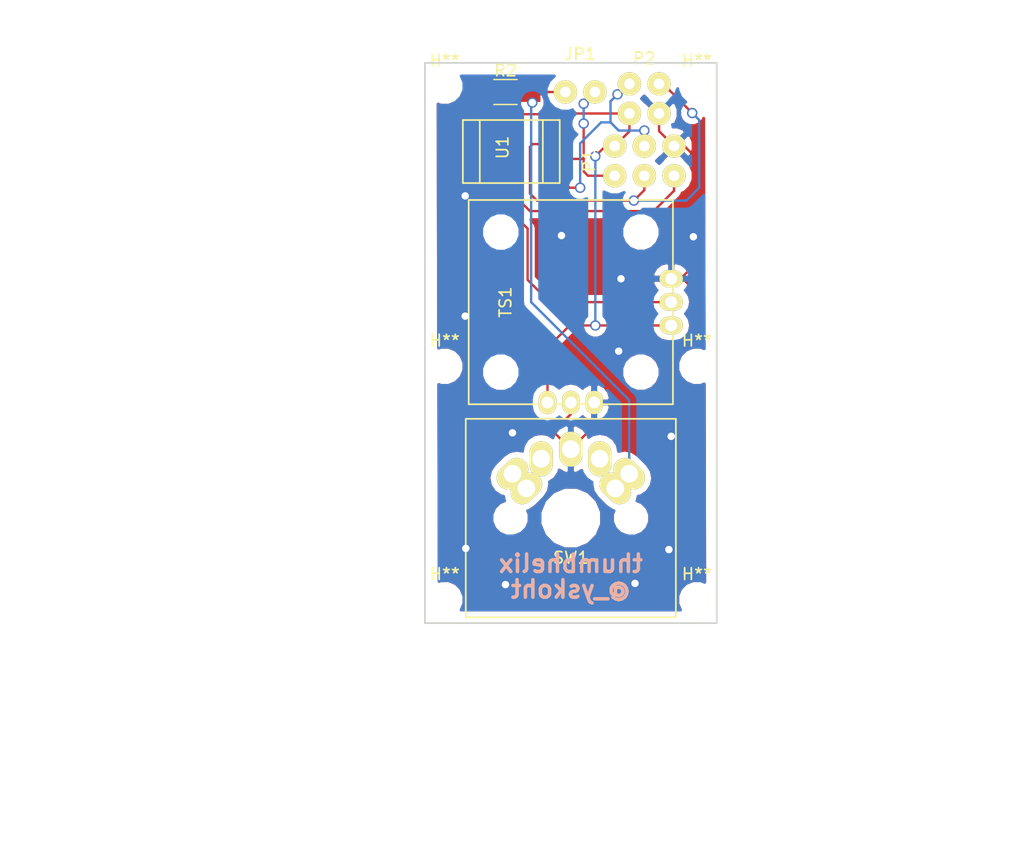
<source format=kicad_pcb>
(kicad_pcb (version 4) (host pcbnew 4.0.1-stable)

  (general
    (links 21)
    (no_connects 0)
    (area 99.230001 84.97 191.3 160.850001)
    (thickness 1.6)
    (drawings 24)
    (tracks 148)
    (zones 0)
    (modules 13)
    (nets 10)
  )

  (page A4)
  (title_block
    (title thumbhelix)
    (date 2018-04-24)
    (rev 1)
  )

  (layers
    (0 F.Cu signal hide)
    (31 B.Cu signal hide)
    (32 B.Adhes user)
    (33 F.Adhes user)
    (34 B.Paste user)
    (35 F.Paste user)
    (36 B.SilkS user)
    (37 F.SilkS user)
    (38 B.Mask user)
    (39 F.Mask user)
    (40 Dwgs.User user)
    (41 Cmts.User user)
    (42 Eco1.User user)
    (43 Eco2.User user)
    (44 Edge.Cuts user)
    (45 Margin user)
    (46 B.CrtYd user)
    (47 F.CrtYd user)
    (48 B.Fab user)
    (49 F.Fab user)
  )

  (setup
    (last_trace_width 0.2032)
    (trace_clearance 0.2032)
    (zone_clearance 0.508)
    (zone_45_only no)
    (trace_min 0.2032)
    (segment_width 0.2)
    (edge_width 0.15)
    (via_size 0.889)
    (via_drill 0.635)
    (via_min_size 0.889)
    (via_min_drill 0.6096)
    (uvia_size 0.762)
    (uvia_drill 0.1524)
    (uvias_allowed no)
    (uvia_min_size 0.762)
    (uvia_min_drill 0.1524)
    (pcb_text_width 0.3)
    (pcb_text_size 1.5 1.5)
    (mod_edge_width 0.15)
    (mod_text_size 1 1)
    (mod_text_width 0.15)
    (pad_size 1.524 1.524)
    (pad_drill 0.762)
    (pad_to_mask_clearance 0.2)
    (aux_axis_origin 0 0)
    (visible_elements 7FFCFFFF)
    (pcbplotparams
      (layerselection 0x010f0_80000001)
      (usegerberextensions false)
      (excludeedgelayer true)
      (linewidth 0.100000)
      (plotframeref false)
      (viasonmask false)
      (mode 1)
      (useauxorigin false)
      (hpglpennumber 1)
      (hpglpenspeed 20)
      (hpglpendiameter 15)
      (hpglpenoverlay 2)
      (psnegative false)
      (psa4output false)
      (plotreference false)
      (plotvalue false)
      (plotinvisibletext false)
      (padsonsilk false)
      (subtractmaskfromsilk true)
      (outputformat 1)
      (mirror false)
      (drillshape 0)
      (scaleselection 1)
      (outputdirectory gerber/))
  )

  (net 0 "")
  (net 1 GND)
  (net 2 RST)
  (net 3 MISO)
  (net 4 VCC)
  (net 5 SCK)
  (net 6 MOSI)
  (net 7 "Net-(TS1-Pad2)")
  (net 8 "Net-(TS1-Pad4)")
  (net 9 "Net-(JP1-Pad1)")

  (net_class Default "これは標準のネット クラスです。"
    (clearance 0.2032)
    (trace_width 0.2032)
    (via_dia 0.889)
    (via_drill 0.635)
    (uvia_dia 0.762)
    (uvia_drill 0.1524)
    (add_net GND)
    (add_net MISO)
    (add_net MOSI)
    (add_net "Net-(JP1-Pad1)")
    (add_net "Net-(TS1-Pad2)")
    (add_net "Net-(TS1-Pad4)")
    (add_net RST)
    (add_net SCK)
    (add_net VCC)
  )

  (module Hole:HOLE_2mm (layer F.Cu) (tedit 5AC9F070) (tstamp 5ACA1E22)
    (at 159.3 92)
    (fp_text reference H** (at 0 -2.2) (layer F.SilkS)
      (effects (font (size 1 1) (thickness 0.15)))
    )
    (fp_text value HOLE_2mm (at 0 2.25) (layer F.Fab)
      (effects (font (size 1 1) (thickness 0.15)))
    )
    (pad "" np_thru_hole circle (at 0 0) (size 2.01 2.01) (drill 2.01) (layers *.Cu *.Mask F.SilkS))
  )

  (module Hole:HOLE_2mm (layer F.Cu) (tedit 5AC9F070) (tstamp 5ACA1E1C)
    (at 159.3 116)
    (fp_text reference H** (at 0 -2.2) (layer F.SilkS)
      (effects (font (size 1 1) (thickness 0.15)))
    )
    (fp_text value HOLE_2mm (at 0 2.25) (layer F.Fab)
      (effects (font (size 1 1) (thickness 0.15)))
    )
    (pad "" np_thru_hole circle (at 0 0) (size 2.01 2.01) (drill 2.01) (layers *.Cu *.Mask F.SilkS))
  )

  (module Hole:HOLE_2mm (layer F.Cu) (tedit 5AC9F070) (tstamp 5ACA1E17)
    (at 137.7 116)
    (fp_text reference H** (at 0 -2.2) (layer F.SilkS)
      (effects (font (size 1 1) (thickness 0.15)))
    )
    (fp_text value HOLE_2mm (at 0 2.25) (layer F.Fab)
      (effects (font (size 1 1) (thickness 0.15)))
    )
    (pad "" np_thru_hole circle (at 0 0) (size 2.01 2.01) (drill 2.01) (layers *.Cu *.Mask F.SilkS))
  )

  (module Hole:HOLE_2mm (layer F.Cu) (tedit 5AC9F070) (tstamp 5ACA1E10)
    (at 137.7 92)
    (fp_text reference H** (at 0 -2.2) (layer F.SilkS)
      (effects (font (size 1 1) (thickness 0.15)))
    )
    (fp_text value HOLE_2mm (at 0 2.25) (layer F.Fab)
      (effects (font (size 1 1) (thickness 0.15)))
    )
    (pad "" np_thru_hole circle (at 0 0) (size 2.01 2.01) (drill 2.01) (layers *.Cu *.Mask F.SilkS))
  )

  (module Hole:HOLE_2mm (layer F.Cu) (tedit 5AC9F070) (tstamp 5ACA1DFE)
    (at 137.7 136)
    (fp_text reference H** (at 0 -2.2) (layer F.SilkS)
      (effects (font (size 1 1) (thickness 0.15)))
    )
    (fp_text value HOLE_2mm (at 0 2.25) (layer F.Fab)
      (effects (font (size 1 1) (thickness 0.15)))
    )
    (pad "" np_thru_hole circle (at 0 0) (size 2.01 2.01) (drill 2.01) (layers *.Cu *.Mask F.SilkS))
  )

  (module Conn:Conn_01x02 (layer F.Cu) (tedit 5AC9DFE1) (tstamp 5AC9E3C4)
    (at 149.3 92.5)
    (path /5AC9DEEA)
    (fp_text reference JP1 (at 0 -3.25) (layer F.SilkS)
      (effects (font (size 1 1) (thickness 0.15)))
    )
    (fp_text value Jumper (at 0 2.9) (layer F.Fab)
      (effects (font (size 1 1) (thickness 0.15)))
    )
    (pad 1 thru_hole circle (at -1.27 0) (size 2 2) (drill 0.9) (layers *.Cu *.Mask F.SilkS)
      (net 9 "Net-(JP1-Pad1)"))
    (pad 2 thru_hole circle (at 1.27 0) (size 2 2) (drill 0.9) (layers *.Cu *.Mask F.SilkS)
      (net 3 MISO))
  )

  (module Conn:Conn_02x03 (layer F.Cu) (tedit 5AC8E1DD) (tstamp 5AC9E3CE)
    (at 154.8 98.4 90)
    (path /5AC94C34)
    (fp_text reference P1 (at 0 -4.75 90) (layer F.SilkS)
      (effects (font (size 1 1) (thickness 0.15)))
    )
    (fp_text value ICSP (at 0 5.1 90) (layer F.Fab)
      (effects (font (size 1 1) (thickness 0.15)))
    )
    (pad 5 thru_hole circle (at -1.27 2.54 90) (size 2 2) (drill 0.9) (layers *.Cu *.Mask F.SilkS)
      (net 2 RST))
    (pad 6 thru_hole circle (at 1.27 2.54 90) (size 2 2) (drill 0.9) (layers *.Cu *.Mask F.SilkS)
      (net 1 GND))
    (pad 1 thru_hole circle (at -1.27 -2.54 90) (size 2 2) (drill 0.9) (layers *.Cu *.Mask F.SilkS)
      (net 3 MISO))
    (pad 2 thru_hole circle (at 1.27 -2.54 90) (size 2 2) (drill 0.9) (layers *.Cu *.Mask F.SilkS)
      (net 4 VCC))
    (pad 3 thru_hole circle (at -1.27 0 90) (size 2 2) (drill 0.9) (layers *.Cu *.Mask F.SilkS)
      (net 5 SCK))
    (pad 4 thru_hole circle (at 1.27 0 90) (size 2 2) (drill 0.9) (layers *.Cu *.Mask F.SilkS)
      (net 6 MOSI))
  )

  (module Conn:Conn_02x02 (layer F.Cu) (tedit 5AC9A6C0) (tstamp 5AC9E3D6)
    (at 154.79 93.07)
    (path /5AC94EDB)
    (fp_text reference P2 (at 0 -3.45) (layer F.SilkS)
      (effects (font (size 1 1) (thickness 0.15)))
    )
    (fp_text value I2C (at 0 3.65) (layer F.Fab)
      (effects (font (size 1 1) (thickness 0.15)))
    )
    (pad 1 thru_hole circle (at -1.27 -1.27) (size 2 2) (drill 0.9) (layers *.Cu *.Mask F.SilkS)
      (net 6 MOSI))
    (pad 2 thru_hole circle (at 1.27 -1.27) (size 2 2) (drill 0.9) (layers *.Cu *.Mask F.SilkS)
      (net 5 SCK))
    (pad 3 thru_hole circle (at -1.27 1.27) (size 2 2) (drill 0.9) (layers *.Cu *.Mask F.SilkS)
      (net 4 VCC))
    (pad 4 thru_hole circle (at 1.27 1.27) (size 2 2) (drill 0.9) (layers *.Cu *.Mask F.SilkS)
      (net 1 GND))
  )

  (module Resistors_SMD:R_1206_HandSoldering (layer F.Cu) (tedit 58E0A804) (tstamp 5AC9E3DC)
    (at 142.9 92.5)
    (descr "Resistor SMD 1206, hand soldering")
    (tags "resistor 1206")
    (path /5AC9B6F2)
    (attr smd)
    (fp_text reference R2 (at 0 -1.85) (layer F.SilkS)
      (effects (font (size 1 1) (thickness 0.15)))
    )
    (fp_text value 470 (at 0 1.9) (layer F.Fab)
      (effects (font (size 1 1) (thickness 0.15)))
    )
    (fp_text user %R (at 0 0) (layer F.Fab)
      (effects (font (size 0.7 0.7) (thickness 0.105)))
    )
    (fp_line (start -1.6 0.8) (end -1.6 -0.8) (layer F.Fab) (width 0.1))
    (fp_line (start 1.6 0.8) (end -1.6 0.8) (layer F.Fab) (width 0.1))
    (fp_line (start 1.6 -0.8) (end 1.6 0.8) (layer F.Fab) (width 0.1))
    (fp_line (start -1.6 -0.8) (end 1.6 -0.8) (layer F.Fab) (width 0.1))
    (fp_line (start 1 1.07) (end -1 1.07) (layer F.SilkS) (width 0.12))
    (fp_line (start -1 -1.07) (end 1 -1.07) (layer F.SilkS) (width 0.12))
    (fp_line (start -3.25 -1.11) (end 3.25 -1.11) (layer F.CrtYd) (width 0.05))
    (fp_line (start -3.25 -1.11) (end -3.25 1.1) (layer F.CrtYd) (width 0.05))
    (fp_line (start 3.25 1.1) (end 3.25 -1.11) (layer F.CrtYd) (width 0.05))
    (fp_line (start 3.25 1.1) (end -3.25 1.1) (layer F.CrtYd) (width 0.05))
    (pad 1 smd rect (at -2 0) (size 2 1.7) (layers F.Cu F.Paste F.Mask)
      (net 4 VCC))
    (pad 2 smd rect (at 2 0) (size 2 1.7) (layers F.Cu F.Paste F.Mask)
      (net 9 "Net-(JP1-Pad1)"))
    (model ${KISYS3DMOD}/Resistors_SMD.3dshapes/R_1206.wrl
      (at (xyz 0 0 0))
      (scale (xyz 1 1 1))
      (rotate (xyz 0 0 0))
    )
  )

  (module Keyswitch:KEYSWITCH (layer F.Cu) (tedit 5AC8EDDF) (tstamp 5AC9E3EC)
    (at 148.5 129)
    (path /5AC8F938)
    (fp_text reference SW1 (at 0 3.4) (layer F.SilkS)
      (effects (font (size 1 1) (thickness 0.15)))
    )
    (fp_text value SW_Push (at 0 5.1) (layer F.Fab)
      (effects (font (size 1 1) (thickness 0.15)))
    )
    (fp_line (start -9 -8.5) (end -9 8.5) (layer F.SilkS) (width 0.15))
    (fp_line (start 9 -8.5) (end 9 8.5) (layer F.SilkS) (width 0.15))
    (fp_line (start -9 8.5) (end 9 8.5) (layer F.SilkS) (width 0.15))
    (fp_line (start -9 -8.5) (end 9 -8.5) (layer F.SilkS) (width 0.15))
    (pad 2 thru_hole oval (at 5 -3.8 45) (size 2 3) (drill 1.51) (layers *.Cu *.Mask F.SilkS)
      (net 9 "Net-(JP1-Pad1)"))
    (pad "" thru_hole oval (at -5 -3.8 135) (size 2 3) (drill 1.51) (layers *.Cu *.Mask F.SilkS))
    (pad 1 thru_hole oval (at 0 -5.9) (size 2 3) (drill 1.51) (layers *.Cu *.Mask F.SilkS)
      (net 1 GND))
    (pad "" np_thru_hole circle (at -5.22 0) (size 1.81 1.81) (drill 1.81) (layers *.Cu *.Mask F.SilkS))
    (pad "" np_thru_hole circle (at 5.22 0) (size 1.81 1.81) (drill 1.81) (layers *.Cu *.Mask F.SilkS))
    (pad "" thru_hole oval (at 3.81 -2.54 45) (size 2 3) (drill 1.51) (layers *.Cu *.Mask F.SilkS))
    (pad "" thru_hole oval (at -2.54 -5.08) (size 2 3) (drill 1.51) (layers *.Cu *.Mask F.SilkS))
    (pad "" thru_hole oval (at 2.48 -5.08) (size 2 3) (drill 1.51) (layers *.Cu *.Mask F.SilkS))
    (pad "" thru_hole oval (at -3.81 -2.54 135) (size 2 3) (drill 1.51) (layers *.Cu *.Mask F.SilkS))
    (pad "" np_thru_hole circle (at -5.08 0) (size 1.76 1.76) (drill 1.76) (layers *.Cu *.Mask F.SilkS))
    (pad "" np_thru_hole circle (at 0 0) (size 4.01 4.01) (drill 4.01) (layers *.Cu *.Mask F.SilkS))
    (pad "" np_thru_hole circle (at 5.08 0) (size 1.76 1.76) (drill 1.76) (layers *.Cu *.Mask F.SilkS))
  )

  (module Joystick:JT8P-3.2T-B10K-1-16Y (layer F.Cu) (tedit 5AC9A969) (tstamp 5AC9E3FA)
    (at 148.5 110.5 270)
    (path /5AC9AF59)
    (fp_text reference TS1 (at 0 5.6 270) (layer F.SilkS)
      (effects (font (size 1 1) (thickness 0.15)))
    )
    (fp_text value JT8P-3.2T-B10K-1-16Y (at 0 8.25 270) (layer F.Fab)
      (effects (font (size 1 1) (thickness 0.15)))
    )
    (fp_line (start -8.75 -8.75) (end -8.75 8.75) (layer F.SilkS) (width 0.15))
    (fp_line (start 8.75 -8.75) (end 8.75 8.75) (layer F.SilkS) (width 0.15))
    (fp_line (start -8.75 -8.75) (end 8.75 -8.75) (layer F.SilkS) (width 0.15))
    (fp_line (start -8.75 8.75) (end 8.75 8.75) (layer F.SilkS) (width 0.15))
    (pad "" np_thru_hole circle (at -6 6 270) (size 2.01 2.01) (drill 2.01) (layers *.Cu *.Mask F.SilkS))
    (pad "" np_thru_hole circle (at 6 -6 270) (size 2.01 2.01) (drill 2.01) (layers *.Cu *.Mask F.SilkS))
    (pad "" np_thru_hole circle (at 6 6 270) (size 2.01 2.01) (drill 2.01) (layers *.Cu *.Mask F.SilkS))
    (pad 1 thru_hole oval (at 8.6 2 270) (size 2 1.5) (drill 1.01) (layers *.Cu *.Mask F.SilkS)
      (net 4 VCC))
    (pad 3 thru_hole oval (at 8.6 -2 270) (size 2 1.5) (drill 1.01) (layers *.Cu *.Mask F.SilkS)
      (net 1 GND))
    (pad 3 thru_hole oval (at -2 -8.6 270) (size 1.5 2) (drill 1.01) (layers *.Cu *.Mask F.SilkS)
      (net 1 GND))
    (pad 1 thru_hole oval (at 2 -8.6 270) (size 1.5 2) (drill 1.01) (layers *.Cu *.Mask F.SilkS)
      (net 4 VCC))
    (pad 4 thru_hole oval (at 8.6 0 270) (size 2 1.5) (drill 1.01) (layers *.Cu *.Mask F.SilkS)
      (net 8 "Net-(TS1-Pad4)"))
    (pad 2 thru_hole oval (at 0 -8.6 270) (size 1.5 2) (drill 1.01) (layers *.Cu *.Mask F.SilkS)
      (net 7 "Net-(TS1-Pad2)"))
    (pad "" np_thru_hole circle (at -6 -6 270) (size 2.01 2.01) (drill 2.01) (layers *.Cu *.Mask F.SilkS))
  )

  (module Atmel:ATTINY85-20SUR (layer F.Cu) (tedit 5AC823E3) (tstamp 5AC9E406)
    (at 143.4 97.6 90)
    (path /5AC75EA7)
    (fp_text reference U1 (at 0.35 -0.75 90) (layer F.SilkS)
      (effects (font (size 1 1) (thickness 0.15)))
    )
    (fp_text value ATTINY85-20SU (at 0.1 1.05 270) (layer F.Fab)
      (effects (font (size 1 1) (thickness 0.15)))
    )
    (fp_line (start -2.7 4.15) (end 2.7 4.15) (layer F.SilkS) (width 0.15))
    (fp_line (start -2.7 -4.15) (end 2.7 -4.15) (layer F.SilkS) (width 0.15))
    (fp_line (start 2.7 4.15) (end 2.7 -4.15) (layer F.SilkS) (width 0.15))
    (fp_line (start -2.7 2.7) (end 2.7 2.7) (layer F.SilkS) (width 0.15))
    (fp_line (start -2.7 -2.7) (end 2.7 -2.7) (layer F.SilkS) (width 0.15))
    (fp_line (start -2.7 4.15) (end -2.7 -4.15) (layer F.SilkS) (width 0.15))
    (pad 1 smd rect (at 1.91 -3.95 90) (size 0.5 2.5) (layers F.Cu F.Paste F.Mask)
      (net 2 RST))
    (pad 2 smd rect (at 0.64 -3.95 90) (size 0.5 2.5) (layers F.Cu F.Paste F.Mask)
      (net 7 "Net-(TS1-Pad2)"))
    (pad 3 smd rect (at -0.63 -3.95 90) (size 0.5 2.5) (layers F.Cu F.Paste F.Mask)
      (net 8 "Net-(TS1-Pad4)"))
    (pad 4 smd rect (at -1.9 -3.95 90) (size 0.5 2.5) (layers F.Cu F.Paste F.Mask)
      (net 1 GND))
    (pad 5 smd rect (at -1.9 3.95 90) (size 0.5 2.5) (layers F.Cu F.Paste F.Mask)
      (net 6 MOSI))
    (pad 6 smd rect (at -0.63 3.95 90) (size 0.5 2.5) (layers F.Cu F.Paste F.Mask)
      (net 3 MISO))
    (pad 7 smd rect (at 0.64 3.95 90) (size 0.5 2.5) (layers F.Cu F.Paste F.Mask)
      (net 5 SCK))
    (pad 8 smd rect (at 1.91 3.95 90) (size 0.5 2.5) (layers F.Cu F.Paste F.Mask)
      (net 4 VCC))
  )

  (module Hole:HOLE_2mm (layer F.Cu) (tedit 5AC9F070) (tstamp 5ACA1DF8)
    (at 159.3 136)
    (fp_text reference H** (at 0 -2.2) (layer F.SilkS)
      (effects (font (size 1 1) (thickness 0.15)))
    )
    (fp_text value HOLE_2mm (at 0 2.25) (layer F.Fab)
      (effects (font (size 1 1) (thickness 0.15)))
    )
    (pad "" np_thru_hole circle (at 0 0) (size 2.01 2.01) (drill 2.01) (layers *.Cu *.Mask F.SilkS))
  )

  (dimension 18 (width 0.3) (layer Cmts.User)
    (gr_text "18.000 mm" (at 148.5 159.5) (layer Cmts.User)
      (effects (font (size 1.5 1.5) (thickness 0.3)))
    )
    (feature1 (pts (xy 157.5 120.72) (xy 157.5 160.85)))
    (feature2 (pts (xy 139.5 120.72) (xy 139.5 160.85)))
    (crossbar (pts (xy 139.5 158.15) (xy 157.5 158.15)))
    (arrow1a (pts (xy 157.5 158.15) (xy 156.373496 158.736421)))
    (arrow1b (pts (xy 157.5 158.15) (xy 156.373496 157.563579)))
    (arrow2a (pts (xy 139.5 158.15) (xy 140.626504 158.736421)))
    (arrow2b (pts (xy 139.5 158.15) (xy 140.626504 157.563579)))
  )
  (dimension 16.98 (width 0.3) (layer Cmts.User)
    (gr_text "16.980 mm" (at 105.88 129 270) (layer Cmts.User)
      (effects (font (size 1.5 1.5) (thickness 0.3)))
    )
    (feature1 (pts (xy 139.5 137.49) (xy 104.53 137.49)))
    (feature2 (pts (xy 139.5 120.51) (xy 104.53 120.51)))
    (crossbar (pts (xy 107.23 120.51) (xy 107.23 137.49)))
    (arrow1a (pts (xy 107.23 137.49) (xy 106.643579 136.363496)))
    (arrow1b (pts (xy 107.23 137.49) (xy 107.816421 136.363496)))
    (arrow2a (pts (xy 107.23 120.51) (xy 106.643579 121.636504)))
    (arrow2b (pts (xy 107.23 120.51) (xy 107.816421 121.636504)))
  )
  (dimension 17.5 (width 0.3) (layer Cmts.User)
    (gr_text "17.500 mm" (at 148.5 86.47) (layer Cmts.User)
      (effects (font (size 1.5 1.5) (thickness 0.3)))
    )
    (feature1 (pts (xy 157.25 101.82) (xy 157.25 85.12)))
    (feature2 (pts (xy 139.75 101.82) (xy 139.75 85.12)))
    (crossbar (pts (xy 139.75 87.82) (xy 157.25 87.82)))
    (arrow1a (pts (xy 157.25 87.82) (xy 156.123496 88.406421)))
    (arrow1b (pts (xy 157.25 87.82) (xy 156.123496 87.233579)))
    (arrow2a (pts (xy 139.75 87.82) (xy 140.876504 88.406421)))
    (arrow2b (pts (xy 139.75 87.82) (xy 140.876504 87.233579)))
  )
  (dimension 17.5 (width 0.3) (layer Cmts.User)
    (gr_text "17.500 mm" (at 111.08 110.5 270) (layer Cmts.User)
      (effects (font (size 1.5 1.5) (thickness 0.3)))
    )
    (feature1 (pts (xy 139.76 119.25) (xy 109.73 119.25)))
    (feature2 (pts (xy 139.76 101.75) (xy 109.73 101.75)))
    (crossbar (pts (xy 112.43 101.75) (xy 112.43 119.25)))
    (arrow1a (pts (xy 112.43 119.25) (xy 111.843579 118.123496)))
    (arrow1b (pts (xy 112.43 119.25) (xy 113.016421 118.123496)))
    (arrow2a (pts (xy 112.43 101.75) (xy 111.843579 102.876504)))
    (arrow2b (pts (xy 112.43 101.75) (xy 113.016421 102.876504)))
  )
  (dimension 20.5 (width 0.3) (layer Cmts.User)
    (gr_text "20.500 mm" (at 184.55 100.25 90) (layer Cmts.User)
      (effects (font (size 1.5 1.5) (thickness 0.3)))
    )
    (feature1 (pts (xy 148.5 90) (xy 185.9 90)))
    (feature2 (pts (xy 148.5 110.5) (xy 185.9 110.5)))
    (crossbar (pts (xy 183.2 110.5) (xy 183.2 90)))
    (arrow1a (pts (xy 183.2 90) (xy 183.786421 91.126504)))
    (arrow1b (pts (xy 183.2 90) (xy 182.613579 91.126504)))
    (arrow2a (pts (xy 183.2 110.5) (xy 183.786421 109.373496)))
    (arrow2b (pts (xy 183.2 110.5) (xy 182.613579 109.373496)))
  )
  (dimension 27.5 (width 0.3) (layer Cmts.User)
    (gr_text "27.500 mm" (at 184.65 124.25 270) (layer Cmts.User)
      (effects (font (size 1.5 1.5) (thickness 0.3)))
    )
    (feature1 (pts (xy 148.5 138) (xy 186 138)))
    (feature2 (pts (xy 148.5 110.5) (xy 186 110.5)))
    (crossbar (pts (xy 183.3 110.5) (xy 183.3 138)))
    (arrow1a (pts (xy 183.3 138) (xy 182.713579 136.873496)))
    (arrow1b (pts (xy 183.3 138) (xy 183.886421 136.873496)))
    (arrow2a (pts (xy 183.3 110.5) (xy 182.713579 111.626504)))
    (arrow2b (pts (xy 183.3 110.5) (xy 183.886421 111.626504)))
  )
  (dimension 12.5 (width 0.3) (layer Cmts.User)
    (gr_text "12.500 mm" (at 154.75 106.75) (layer Cmts.User)
      (effects (font (size 1.5 1.5) (thickness 0.3)))
    )
    (feature1 (pts (xy 161 110.5) (xy 161 105.4)))
    (feature2 (pts (xy 148.5 110.5) (xy 148.5 105.4)))
    (crossbar (pts (xy 148.5 108.1) (xy 161 108.1)))
    (arrow1a (pts (xy 161 108.1) (xy 159.873496 108.686421)))
    (arrow1b (pts (xy 161 108.1) (xy 159.873496 107.513579)))
    (arrow2a (pts (xy 148.5 108.1) (xy 149.626504 108.686421)))
    (arrow2b (pts (xy 148.5 108.1) (xy 149.626504 107.513579)))
  )
  (dimension 12.5 (width 0.3) (layer Cmts.User)
    (gr_text "12.500 mm" (at 154.75 152.75) (layer Cmts.User)
      (effects (font (size 1.5 1.5) (thickness 0.3)))
    )
    (feature1 (pts (xy 161 129) (xy 161 154.1)))
    (feature2 (pts (xy 148.5 129) (xy 148.5 154.1)))
    (crossbar (pts (xy 148.5 151.4) (xy 161 151.4)))
    (arrow1a (pts (xy 161 151.4) (xy 159.873496 151.986421)))
    (arrow1b (pts (xy 161 151.4) (xy 159.873496 150.813579)))
    (arrow2a (pts (xy 148.5 151.4) (xy 149.626504 151.986421)))
    (arrow2b (pts (xy 148.5 151.4) (xy 149.626504 150.813579)))
  )
  (dimension 9 (width 0.3) (layer Cmts.User)
    (gr_text "9.000 mm" (at 170.85 133.5 270) (layer Cmts.User)
      (effects (font (size 1.5 1.5) (thickness 0.3)))
    )
    (feature1 (pts (xy 148.5 138) (xy 172.2 138)))
    (feature2 (pts (xy 148.5 129) (xy 172.2 129)))
    (crossbar (pts (xy 169.5 129) (xy 169.5 138)))
    (arrow1a (pts (xy 169.5 138) (xy 168.913579 136.873496)))
    (arrow1b (pts (xy 169.5 138) (xy 170.086421 136.873496)))
    (arrow2a (pts (xy 169.5 129) (xy 168.913579 130.126504)))
    (arrow2b (pts (xy 169.5 129) (xy 170.086421 130.126504)))
  )
  (dimension 22.000227 (width 0.3) (layer Cmts.User)
    (gr_text "22.000 mm" (at 119.500362 126.917501 89.73956643) (layer Cmts.User)
      (effects (font (size 1.5 1.5) (thickness 0.3)))
    )
    (feature1 (pts (xy 137.6 138) (xy 118.100376 137.911365)))
    (feature2 (pts (xy 137.7 116) (xy 118.200376 115.911365)))
    (crossbar (pts (xy 120.900348 115.923638) (xy 120.800348 137.923638)))
    (arrow1a (pts (xy 120.800348 137.923638) (xy 120.219054 136.79448)))
    (arrow1b (pts (xy 120.800348 137.923638) (xy 121.391883 136.799811)))
    (arrow2a (pts (xy 120.900348 115.923638) (xy 120.308813 117.047465)))
    (arrow2b (pts (xy 120.900348 115.923638) (xy 121.481642 117.052796)))
  )
  (dimension 22 (width 0.3) (layer Cmts.User)
    (gr_text "22.000 mm" (at 176.15 127 270) (layer Cmts.User)
      (effects (font (size 1.5 1.5) (thickness 0.3)))
    )
    (feature1 (pts (xy 159.3 138) (xy 177.5 138)))
    (feature2 (pts (xy 159.3 116) (xy 177.5 116)))
    (crossbar (pts (xy 174.8 116) (xy 174.8 138)))
    (arrow1a (pts (xy 174.8 138) (xy 174.213579 136.873496)))
    (arrow1b (pts (xy 174.8 138) (xy 175.386421 136.873496)))
    (arrow2a (pts (xy 174.8 116) (xy 174.213579 117.126504)))
    (arrow2b (pts (xy 174.8 116) (xy 175.386421 117.126504)))
  )
  (dimension 2 (width 0.3) (layer Cmts.User)
    (gr_text "2.000 mm" (at 143.85 137 270) (layer Cmts.User)
      (effects (font (size 1.5 1.5) (thickness 0.3)))
    )
    (feature1 (pts (xy 137.7 138) (xy 145.2 138)))
    (feature2 (pts (xy 137.7 136) (xy 145.2 136)))
    (crossbar (pts (xy 142.5 136) (xy 142.5 138)))
    (arrow1a (pts (xy 142.5 138) (xy 141.913579 136.873496)))
    (arrow1b (pts (xy 142.5 138) (xy 143.086421 136.873496)))
    (arrow2a (pts (xy 142.5 136) (xy 141.913579 137.126504)))
    (arrow2b (pts (xy 142.5 136) (xy 143.086421 137.126504)))
  )
  (dimension 1.7 (width 0.3) (layer Cmts.User)
    (gr_text "1.700 mm" (at 136.85 133.15) (layer Cmts.User)
      (effects (font (size 1.5 1.5) (thickness 0.3)))
    )
    (feature1 (pts (xy 136 136) (xy 136 131.8)))
    (feature2 (pts (xy 137.7 136) (xy 137.7 131.8)))
    (crossbar (pts (xy 137.7 134.5) (xy 136 134.5)))
    (arrow1a (pts (xy 136 134.5) (xy 137.126504 133.913579)))
    (arrow1b (pts (xy 136 134.5) (xy 137.126504 135.086421)))
    (arrow2a (pts (xy 137.7 134.5) (xy 136.573496 133.913579)))
    (arrow2b (pts (xy 137.7 134.5) (xy 136.573496 135.086421)))
  )
  (dimension 1.3 (width 0.3) (layer Cmts.User)
    (gr_text "1.300 mm" (at 133.05 119.85 270) (layer Cmts.User)
      (effects (font (size 1.5 1.5) (thickness 0.3)))
    )
    (feature1 (pts (xy 139.8 120.5) (xy 131.7 120.5)))
    (feature2 (pts (xy 139.8 119.2) (xy 131.7 119.2)))
    (crossbar (pts (xy 134.4 119.2) (xy 134.4 120.5)))
    (arrow1a (pts (xy 134.4 120.5) (xy 133.813579 119.373496)))
    (arrow1b (pts (xy 134.4 120.5) (xy 134.986421 119.373496)))
    (arrow2a (pts (xy 134.4 119.2) (xy 133.813579 120.326504)))
    (arrow2b (pts (xy 134.4 119.2) (xy 134.986421 120.326504)))
  )
  (gr_text @_yskoht (at 148.5 135.1) (layer B.SilkS)
    (effects (font (size 1.5 1.5) (thickness 0.3)) (justify mirror))
  )
  (gr_text thumbhelix (at 148.5 132.9) (layer B.SilkS)
    (effects (font (size 1.5 1.5) (thickness 0.3)) (justify mirror))
  )
  (dimension 25 (width 0.3) (layer Cmts.User)
    (gr_text "25.000 mm" (at 148.5 147.85) (layer Cmts.User)
      (effects (font (size 1.5 1.5) (thickness 0.3)))
    )
    (feature1 (pts (xy 161 138) (xy 161 149.2)))
    (feature2 (pts (xy 136 138) (xy 136 149.2)))
    (crossbar (pts (xy 136 146.5) (xy 161 146.5)))
    (arrow1a (pts (xy 161 146.5) (xy 159.873496 147.086421)))
    (arrow1b (pts (xy 161 146.5) (xy 159.873496 145.913579)))
    (arrow2a (pts (xy 136 146.5) (xy 137.126504 147.086421)))
    (arrow2b (pts (xy 136 146.5) (xy 137.126504 145.913579)))
  )
  (dimension 48 (width 0.3) (layer Cmts.User)
    (gr_text "48.000 mm" (at 166.35 114 270) (layer Cmts.User)
      (effects (font (size 1.5 1.5) (thickness 0.3)))
    )
    (feature1 (pts (xy 162 138) (xy 167.7 138)))
    (feature2 (pts (xy 162 90) (xy 167.7 90)))
    (crossbar (pts (xy 165 90) (xy 165 138)))
    (arrow1a (pts (xy 165 138) (xy 164.413579 136.873496)))
    (arrow1b (pts (xy 165 138) (xy 165.586421 136.873496)))
    (arrow2a (pts (xy 165 90) (xy 164.413579 91.126504)))
    (arrow2b (pts (xy 165 90) (xy 165.586421 91.126504)))
  )
  (dimension 9 (width 0.3) (layer Cmts.User)
    (gr_text "9.000 mm" (at 129.65 133.5 90) (layer Cmts.User)
      (effects (font (size 1.5 1.5) (thickness 0.3)))
    )
    (feature1 (pts (xy 148.5 129) (xy 128.3 129)))
    (feature2 (pts (xy 148.5 138) (xy 128.3 138)))
    (crossbar (pts (xy 131 138) (xy 131 129)))
    (arrow1a (pts (xy 131 129) (xy 131.586421 130.126504)))
    (arrow1b (pts (xy 131 129) (xy 130.413579 130.126504)))
    (arrow2a (pts (xy 131 138) (xy 131.586421 136.873496)))
    (arrow2b (pts (xy 131 138) (xy 130.413579 136.873496)))
  )
  (gr_line (start 136 138) (end 136 90) (angle 90) (layer Edge.Cuts) (width 0.15))
  (gr_line (start 161 138) (end 136 138) (angle 90) (layer Edge.Cuts) (width 0.15))
  (gr_line (start 161 90) (end 161 138) (angle 90) (layer Edge.Cuts) (width 0.15))
  (gr_line (start 160 90) (end 161 90) (angle 90) (layer Edge.Cuts) (width 0.15))
  (gr_line (start 136 90) (end 160 90) (angle 90) (layer Edge.Cuts) (width 0.15))

  (via (at 147.7 104.8) (size 0.889) (drill 0.635) (layers F.Cu B.Cu) (net 1))
  (segment (start 147.7 111.5) (end 147.7 104.8) (width 0.2032) (layer B.Cu) (net 1) (tstamp 5ACA224F))
  (segment (start 150.9 114.7) (end 147.7 111.5) (width 0.2032) (layer B.Cu) (net 1) (tstamp 5ACA224D))
  (segment (start 152.6 114.7) (end 150.9 114.7) (width 0.2032) (layer B.Cu) (net 1))
  (via (at 152.6 114.7) (size 0.889) (drill 0.635) (layers F.Cu B.Cu) (net 1))
  (segment (start 139.5 120) (end 139.5 131.6) (width 0.2032) (layer B.Cu) (net 1))
  (segment (start 157.1 122) (end 157.1 114.7) (width 0.2032) (layer F.Cu) (net 1))
  (via (at 157.1 122) (size 0.889) (drill 0.635) (layers F.Cu B.Cu) (net 1))
  (segment (start 157.1 131.5) (end 157.1 122) (width 0.2032) (layer B.Cu) (net 1) (tstamp 5ACA2242))
  (segment (start 156.9 131.7) (end 157.1 131.5) (width 0.2032) (layer B.Cu) (net 1) (tstamp 5ACA2241))
  (via (at 156.9 131.7) (size 0.889) (drill 0.635) (layers F.Cu B.Cu) (net 1))
  (segment (start 154 134.6) (end 156.9 131.7) (width 0.2032) (layer F.Cu) (net 1) (tstamp 5ACA223E))
  (via (at 154 134.6) (size 0.889) (drill 0.635) (layers F.Cu B.Cu) (net 1))
  (segment (start 143 134.6) (end 154 134.6) (width 0.2032) (layer B.Cu) (net 1) (tstamp 5ACA223C))
  (segment (start 142.9 134.7) (end 143 134.6) (width 0.2032) (layer B.Cu) (net 1) (tstamp 5ACA223B))
  (via (at 142.9 134.7) (size 0.889) (drill 0.635) (layers F.Cu B.Cu) (net 1))
  (segment (start 142.6 134.7) (end 142.9 134.7) (width 0.2032) (layer F.Cu) (net 1) (tstamp 5ACA2239))
  (segment (start 139.5 131.6) (end 142.6 134.7) (width 0.2032) (layer F.Cu) (net 1) (tstamp 5ACA2238))
  (via (at 139.5 131.6) (size 0.889) (drill 0.635) (layers F.Cu B.Cu) (net 1))
  (via (at 152.8 108.5) (size 0.889) (drill 0.635) (layers F.Cu B.Cu) (net 1))
  (segment (start 157.1 108.5) (end 152.8 108.5) (width 0.2032) (layer F.Cu) (net 1))
  (via (at 159 104.9) (size 0.889) (drill 0.635) (layers F.Cu B.Cu) (net 1))
  (via (at 143.5 121.7) (size 0.889) (drill 0.635) (layers F.Cu B.Cu) (net 1))
  (segment (start 143.5 121.7) (end 143.5 121.8) (width 0.2032) (layer F.Cu) (net 1) (tstamp 5ACA221C))
  (via (at 139.45 111.7) (size 0.889) (drill 0.635) (layers F.Cu B.Cu) (net 1))
  (segment (start 139.45 111.7) (end 139.5 111.7) (width 0.2032) (layer B.Cu) (net 1) (tstamp 5ACA2216))
  (via (at 139.45 101.4) (size 0.889) (drill 0.635) (layers F.Cu B.Cu) (net 1))
  (segment (start 139.45 101.4) (end 139.5 101.4) (width 0.2032) (layer B.Cu) (net 1) (tstamp 5ACA2208))
  (segment (start 139.45 99.5) (end 139.45 101.4) (width 0.2032) (layer F.Cu) (net 1))
  (segment (start 139.45 101.4) (end 139.45 111.7) (width 0.2032) (layer F.Cu) (net 1) (tstamp 5ACA2205))
  (segment (start 139.45 111.7) (end 139.45 120.05) (width 0.2032) (layer F.Cu) (net 1) (tstamp 5ACA2212))
  (segment (start 147.2 121.8) (end 148.5 123.1) (width 0.2032) (layer F.Cu) (net 1) (tstamp 5ACA2180))
  (segment (start 141.2 121.8) (end 143.5 121.8) (width 0.2032) (layer F.Cu) (net 1) (tstamp 5ACA217E))
  (segment (start 143.5 121.8) (end 147.2 121.8) (width 0.2032) (layer F.Cu) (net 1) (tstamp 5ACA221D))
  (segment (start 139.45 120.05) (end 141.2 121.8) (width 0.2032) (layer F.Cu) (net 1) (tstamp 5ACA217C))
  (segment (start 157.34 97.13) (end 158.23 97.13) (width 0.2032) (layer F.Cu) (net 1))
  (segment (start 158.23 97.13) (end 159 97.9) (width 0.2032) (layer F.Cu) (net 1) (tstamp 5ACA2128))
  (segment (start 159 107.4) (end 157.9 108.5) (width 0.2032) (layer F.Cu) (net 1) (tstamp 5ACA212A))
  (segment (start 159 97.9) (end 159 104.9) (width 0.2032) (layer F.Cu) (net 1) (tstamp 5ACA2129))
  (segment (start 159 104.9) (end 159 107.4) (width 0.2032) (layer F.Cu) (net 1) (tstamp 5ACA2227))
  (segment (start 157.9 108.5) (end 157.1 108.5) (width 0.2032) (layer F.Cu) (net 1) (tstamp 5ACA212D))
  (segment (start 157.1 108.5) (end 158.1 108.5) (width 0.2032) (layer F.Cu) (net 1))
  (segment (start 150.5 116.1) (end 150.5 119.1) (width 0.2032) (layer F.Cu) (net 1) (tstamp 5ACA2124))
  (segment (start 151.9 114.7) (end 150.5 116.1) (width 0.2032) (layer F.Cu) (net 1) (tstamp 5ACA2122))
  (segment (start 157.1 114.7) (end 152.6 114.7) (width 0.2032) (layer F.Cu) (net 1) (tstamp 5ACA2120))
  (segment (start 152.6 114.7) (end 151.9 114.7) (width 0.2032) (layer F.Cu) (net 1) (tstamp 5ACA221F))
  (segment (start 158.9 112.9) (end 157.1 114.7) (width 0.2032) (layer F.Cu) (net 1) (tstamp 5ACA211E))
  (segment (start 158.9 109.3) (end 158.9 112.9) (width 0.2032) (layer F.Cu) (net 1) (tstamp 5ACA211D))
  (segment (start 158.1 108.5) (end 158.9 109.3) (width 0.2032) (layer F.Cu) (net 1) (tstamp 5ACA211C))
  (segment (start 150.5 119.1) (end 150.5 121.1) (width 0.2032) (layer F.Cu) (net 1))
  (segment (start 150.5 121.1) (end 148.5 123.1) (width 0.2032) (layer F.Cu) (net 1) (tstamp 5ACA2118))
  (segment (start 156.06 94.34) (end 156.06 95.85) (width 0.2032) (layer F.Cu) (net 1))
  (segment (start 156.06 95.85) (end 157.34 97.13) (width 0.2032) (layer F.Cu) (net 1) (tstamp 5ACA20A7))
  (segment (start 139.45 95.69) (end 140.49 95.69) (width 0.2032) (layer F.Cu) (net 2))
  (segment (start 140.49 95.69) (end 143.8 99) (width 0.2032) (layer F.Cu) (net 2) (tstamp 5ACA21A8))
  (segment (start 143.8 99) (end 143.8 101.5) (width 0.2032) (layer F.Cu) (net 2) (tstamp 5ACA21AA))
  (segment (start 143.8 101.5) (end 145 102.7) (width 0.2032) (layer F.Cu) (net 2) (tstamp 5ACA21AC))
  (segment (start 145 102.7) (end 155.6 102.7) (width 0.2032) (layer F.Cu) (net 2) (tstamp 5ACA21AE))
  (segment (start 155.6 102.7) (end 157.34 100.96) (width 0.2032) (layer F.Cu) (net 2) (tstamp 5ACA21B0))
  (segment (start 157.34 100.96) (end 157.34 99.67) (width 0.2032) (layer F.Cu) (net 2) (tstamp 5ACA21B2))
  (segment (start 147.35 98.23) (end 149.6 98.23) (width 0.2032) (layer F.Cu) (net 3))
  (segment (start 149.6 98.23) (end 149.6 98.2) (width 0.2032) (layer F.Cu) (net 3) (tstamp 5ACA2167))
  (segment (start 150.57 92.5) (end 150.57 92.53) (width 0.2032) (layer F.Cu) (net 3))
  (segment (start 150.57 92.53) (end 149.6 93.5) (width 0.2032) (layer F.Cu) (net 3) (tstamp 5ACA20DA))
  (via (at 149.6 93.5) (size 0.889) (drill 0.635) (layers F.Cu B.Cu) (net 3))
  (segment (start 149.6 93.5) (end 149.6 95.2) (width 0.2032) (layer B.Cu) (net 3) (tstamp 5ACA20DC))
  (via (at 149.6 95.2) (size 0.889) (drill 0.635) (layers F.Cu B.Cu) (net 3))
  (segment (start 149.6 95.2) (end 149.6 98.2) (width 0.2032) (layer F.Cu) (net 3) (tstamp 5ACA20DF))
  (segment (start 149.6 98.2) (end 149.6 99.3) (width 0.2032) (layer F.Cu) (net 3) (tstamp 5ACA216A))
  (segment (start 149.6 99.3) (end 149.97 99.67) (width 0.2032) (layer F.Cu) (net 3) (tstamp 5ACA20E0))
  (segment (start 149.97 99.67) (end 152.26 99.67) (width 0.2032) (layer F.Cu) (net 3) (tstamp 5ACA20E1))
  (segment (start 152.26 97.13) (end 151.47 97.13) (width 0.2032) (layer F.Cu) (net 4))
  (segment (start 151.47 97.13) (end 150.6 98) (width 0.2032) (layer F.Cu) (net 4) (tstamp 5ACA21CD))
  (via (at 150.6 112.5) (size 0.889) (drill 0.635) (layers F.Cu B.Cu) (net 4))
  (segment (start 150.6 98) (end 150.6 112.5) (width 0.2032) (layer B.Cu) (net 4) (tstamp 5ACA21CF))
  (via (at 150.6 98) (size 0.889) (drill 0.635) (layers F.Cu B.Cu) (net 4))
  (segment (start 157.1 112.5) (end 150.6 112.5) (width 0.2032) (layer F.Cu) (net 4))
  (segment (start 150.6 112.5) (end 148.4 112.5) (width 0.2032) (layer F.Cu) (net 4) (tstamp 5ACA21D4))
  (segment (start 146.5 114.4) (end 146.5 119.1) (width 0.2032) (layer F.Cu) (net 4) (tstamp 5ACA2114))
  (segment (start 148.4 112.5) (end 146.5 114.4) (width 0.2032) (layer F.Cu) (net 4) (tstamp 5ACA2112))
  (segment (start 153.52 94.34) (end 153.52 95.87) (width 0.2032) (layer F.Cu) (net 4))
  (segment (start 153.52 95.87) (end 152.26 97.13) (width 0.2032) (layer F.Cu) (net 4) (tstamp 5ACA20AB))
  (segment (start 147.35 94.8) (end 147.35 94.75) (width 0.2032) (layer F.Cu) (net 4))
  (segment (start 147.35 94.75) (end 147.76 94.34) (width 0.2032) (layer F.Cu) (net 4) (tstamp 5ACA2084))
  (segment (start 147.76 94.34) (end 153.52 94.34) (width 0.2032) (layer F.Cu) (net 4) (tstamp 5ACA2085))
  (segment (start 147.35 95.69) (end 147.35 94.8) (width 0.2032) (layer F.Cu) (net 4))
  (segment (start 141 94.1) (end 141 92.6) (width 0.2032) (layer F.Cu) (net 4) (tstamp 5ACA207E))
  (segment (start 141.3 94.4) (end 141 94.1) (width 0.2032) (layer F.Cu) (net 4) (tstamp 5ACA207D))
  (segment (start 147 94.4) (end 141.3 94.4) (width 0.2032) (layer F.Cu) (net 4) (tstamp 5ACA207C))
  (segment (start 147.35 94.75) (end 147 94.4) (width 0.2032) (layer F.Cu) (net 4) (tstamp 5ACA207B))
  (segment (start 141 92.6) (end 140.9 92.5) (width 0.2032) (layer F.Cu) (net 4) (tstamp 5ACA207F))
  (segment (start 156.06 91.8) (end 156.4 91.8) (width 0.2032) (layer F.Cu) (net 5))
  (segment (start 156.4 91.8) (end 158.9 94.3) (width 0.2032) (layer F.Cu) (net 5) (tstamp 5ACA21B6))
  (via (at 158.9 94.3) (size 0.889) (drill 0.635) (layers F.Cu B.Cu) (net 5))
  (segment (start 158.9 94.3) (end 159.5 94.9) (width 0.2032) (layer B.Cu) (net 5) (tstamp 5ACA21B8))
  (segment (start 159.5 94.9) (end 159.5 100.7) (width 0.2032) (layer B.Cu) (net 5) (tstamp 5ACA21B9))
  (segment (start 159.5 100.7) (end 158.4 101.8) (width 0.2032) (layer B.Cu) (net 5) (tstamp 5ACA21BA))
  (segment (start 158.4 101.8) (end 153.9 101.8) (width 0.2032) (layer B.Cu) (net 5) (tstamp 5ACA21BC))
  (via (at 153.9 101.8) (size 0.889) (drill 0.635) (layers F.Cu B.Cu) (net 5))
  (segment (start 147.35 96.96) (end 145.24 96.96) (width 0.2032) (layer F.Cu) (net 5))
  (segment (start 154.8 100.9) (end 154.8 99.67) (width 0.2032) (layer F.Cu) (net 5) (tstamp 5ACA218A))
  (segment (start 153.9 101.8) (end 154.8 100.9) (width 0.2032) (layer F.Cu) (net 5) (tstamp 5ACA2189))
  (segment (start 145.6 101.8) (end 153.9 101.8) (width 0.2032) (layer F.Cu) (net 5) (tstamp 5ACA2188))
  (segment (start 145 101.2) (end 145.6 101.8) (width 0.2032) (layer F.Cu) (net 5) (tstamp 5ACA2187))
  (segment (start 145 97.2) (end 145 101.2) (width 0.2032) (layer F.Cu) (net 5) (tstamp 5ACA2186))
  (segment (start 145.24 96.96) (end 145 97.2) (width 0.2032) (layer F.Cu) (net 5) (tstamp 5ACA2184))
  (segment (start 147.35 99.5) (end 147.35 99.65) (width 0.2032) (layer F.Cu) (net 6))
  (segment (start 147.35 99.65) (end 148.4 100.7) (width 0.2032) (layer F.Cu) (net 6) (tstamp 5ACA21D6))
  (segment (start 148.4 100.7) (end 149.3 100.7) (width 0.2032) (layer F.Cu) (net 6) (tstamp 5ACA21D7))
  (via (at 149.3 100.7) (size 0.889) (drill 0.635) (layers F.Cu B.Cu) (net 6))
  (segment (start 149.3 100.7) (end 149.3 96.9) (width 0.2032) (layer B.Cu) (net 6) (tstamp 5ACA21DA))
  (segment (start 149.3 96.9) (end 151.1 95.1) (width 0.2032) (layer B.Cu) (net 6) (tstamp 5ACA21DB))
  (segment (start 151.1 95.1) (end 151.9 95.1) (width 0.2032) (layer B.Cu) (net 6) (tstamp 5ACA21DC))
  (segment (start 153.52 91.8) (end 153.4 91.8) (width 0.2032) (layer F.Cu) (net 6))
  (segment (start 153.4 91.8) (end 152.5 92.7) (width 0.2032) (layer F.Cu) (net 6) (tstamp 5ACA20F8))
  (via (at 152.5 92.7) (size 0.889) (drill 0.635) (layers F.Cu B.Cu) (net 6))
  (segment (start 152.5 92.7) (end 151.9 93.3) (width 0.2032) (layer B.Cu) (net 6) (tstamp 5ACA20FA))
  (segment (start 151.9 93.3) (end 151.9 95.1) (width 0.2032) (layer B.Cu) (net 6) (tstamp 5ACA20FB))
  (segment (start 151.9 95.1) (end 152.6 95.8) (width 0.2032) (layer B.Cu) (net 6) (tstamp 5ACA20FC))
  (segment (start 152.6 95.8) (end 154.8 95.8) (width 0.2032) (layer B.Cu) (net 6) (tstamp 5ACA20FD))
  (via (at 154.8 95.8) (size 0.889) (drill 0.635) (layers F.Cu B.Cu) (net 6))
  (segment (start 154.8 95.8) (end 154.8 97.13) (width 0.2032) (layer F.Cu) (net 6) (tstamp 5ACA20FF))
  (segment (start 139.45 96.96) (end 140.36 96.96) (width 0.2032) (layer F.Cu) (net 7))
  (segment (start 140.36 96.96) (end 142.6 99.2) (width 0.2032) (layer F.Cu) (net 7) (tstamp 5ACA219A))
  (segment (start 142.6 99.2) (end 142.6 102) (width 0.2032) (layer F.Cu) (net 7) (tstamp 5ACA219C))
  (segment (start 142.6 102) (end 144.8 104.2) (width 0.2032) (layer F.Cu) (net 7) (tstamp 5ACA219E))
  (segment (start 144.8 104.2) (end 144.8 108.6) (width 0.2032) (layer F.Cu) (net 7) (tstamp 5ACA21A0))
  (segment (start 144.8 108.6) (end 146.7 110.5) (width 0.2032) (layer F.Cu) (net 7) (tstamp 5ACA21A2))
  (segment (start 146.7 110.5) (end 157.1 110.5) (width 0.2032) (layer F.Cu) (net 7) (tstamp 5ACA21A4))
  (segment (start 139.45 98.23) (end 140.43 98.23) (width 0.2032) (layer F.Cu) (net 8))
  (segment (start 140.43 98.23) (end 141.3 99.1) (width 0.2032) (layer F.Cu) (net 8) (tstamp 5ACA216E))
  (segment (start 147.7 120.9) (end 148.5 120.1) (width 0.2032) (layer F.Cu) (net 8) (tstamp 5ACA2178))
  (segment (start 141.5 120.9) (end 147.7 120.9) (width 0.2032) (layer F.Cu) (net 8) (tstamp 5ACA2176))
  (segment (start 140.6 120) (end 141.5 120.9) (width 0.2032) (layer F.Cu) (net 8) (tstamp 5ACA2174))
  (segment (start 140.6 103.4) (end 140.6 120) (width 0.2032) (layer F.Cu) (net 8) (tstamp 5ACA2173))
  (segment (start 141.3 102.7) (end 140.6 103.4) (width 0.2032) (layer F.Cu) (net 8) (tstamp 5ACA2172))
  (segment (start 141.3 99.1) (end 141.3 102.7) (width 0.2032) (layer F.Cu) (net 8) (tstamp 5ACA2170))
  (segment (start 148.5 120.1) (end 148.5 119.1) (width 0.2032) (layer F.Cu) (net 8) (tstamp 5ACA2179))
  (segment (start 139.45 98.23) (end 138.47 98.23) (width 0.2032) (layer F.Cu) (net 8))
  (segment (start 148.5 119.8) (end 148.5 119.1) (width 0.2032) (layer F.Cu) (net 8) (tstamp 5ACA2149))
  (segment (start 144.9 92.5) (end 144.9 93.1) (width 0.2032) (layer F.Cu) (net 9))
  (segment (start 144.9 93.1) (end 145.2 93.4) (width 0.2032) (layer F.Cu) (net 9) (tstamp 5ACA21E1))
  (segment (start 153.5 118.9) (end 153.5 125.2) (width 0.2032) (layer B.Cu) (net 9) (tstamp 5ACA21E8))
  (segment (start 145.1 110.5) (end 153.5 118.9) (width 0.2032) (layer B.Cu) (net 9) (tstamp 5ACA21E6))
  (segment (start 145.1 93.5) (end 145.1 110.5) (width 0.2032) (layer B.Cu) (net 9) (tstamp 5ACA21E5))
  (segment (start 145.2 93.4) (end 145.1 93.5) (width 0.2032) (layer B.Cu) (net 9) (tstamp 5ACA21E4))
  (via (at 145.2 93.4) (size 0.889) (drill 0.635) (layers F.Cu B.Cu) (net 9))
  (segment (start 144.9 92.5) (end 148.03 92.5) (width 0.2032) (layer F.Cu) (net 9))

  (zone (net 1) (net_name GND) (layer F.Cu) (tstamp 5ACA21F2) (hatch edge 0.508)
    (connect_pads (clearance 0.508))
    (min_thickness 0.254)
    (fill yes (arc_segments 16) (thermal_gap 0.508) (thermal_bridge_width 0.508))
    (polygon
      (pts
        (xy 137 91) (xy 160 91) (xy 160.1 137) (xy 137.1 137) (xy 137 91)
      )
    )
    (filled_polygon
      (pts
        (xy 139.25256 93.35) (xy 139.296838 93.585317) (xy 139.43591 93.801441) (xy 139.64811 93.946431) (xy 139.9 93.99744)
        (xy 140.2634 93.99744) (xy 140.2634 94.1) (xy 140.31947 94.381885) (xy 140.479145 94.620855) (xy 140.65085 94.79256)
        (xy 138.2 94.79256) (xy 137.964683 94.836838) (xy 137.748559 94.97591) (xy 137.603569 95.18811) (xy 137.55256 95.44)
        (xy 137.55256 95.94) (xy 137.596838 96.175317) (xy 137.693817 96.326027) (xy 137.603569 96.45811) (xy 137.55256 96.71)
        (xy 137.55256 97.21) (xy 137.596838 97.445317) (xy 137.693817 97.596027) (xy 137.603569 97.72811) (xy 137.55256 97.98)
        (xy 137.55256 98.48) (xy 137.596838 98.715317) (xy 137.690736 98.861239) (xy 137.661673 98.890302) (xy 137.565 99.123691)
        (xy 137.565 99.21625) (xy 137.72375 99.375) (xy 139.323 99.375) (xy 139.323 99.353) (xy 139.577 99.353)
        (xy 139.577 99.375) (xy 139.597 99.375) (xy 139.597 99.625) (xy 139.577 99.625) (xy 139.577 100.22625)
        (xy 139.73575 100.385) (xy 140.5634 100.385) (xy 140.5634 102.39489) (xy 140.079145 102.879145) (xy 139.91947 103.118115)
        (xy 139.8634 103.4) (xy 139.8634 120) (xy 139.91947 120.281885) (xy 140.079145 120.520855) (xy 140.979145 121.420855)
        (xy 141.218115 121.58053) (xy 141.5 121.6366) (xy 147.211427 121.6366) (xy 147.038058 121.85698) (xy 146.964044 122.12044)
        (xy 146.585687 121.86763) (xy 145.96 121.743173) (xy 145.334313 121.86763) (xy 144.80388 122.222053) (xy 144.449457 122.752486)
        (xy 144.345743 123.27389) (xy 143.88313 123.18187) (xy 143.257442 123.306327) (xy 142.72701 123.660751) (xy 141.96075 124.42701)
        (xy 141.606327 124.957442) (xy 141.481869 125.58313) (xy 141.606327 126.208818) (xy 141.96075 126.73925) (xy 142.491182 127.093673)
        (xy 142.731202 127.141416) (xy 142.796327 127.468818) (xy 142.830231 127.519559) (xy 142.4088 127.693691) (xy 141.975213 128.126521)
        (xy 141.740268 128.692331) (xy 141.739734 129.304981) (xy 141.973691 129.8712) (xy 142.406521 130.304787) (xy 142.972331 130.539732)
        (xy 143.584981 130.540266) (xy 143.64565 130.515198) (xy 143.72003 130.515263) (xy 144.277058 130.285104) (xy 144.703606 129.859299)
        (xy 144.843322 129.522825) (xy 145.859542 129.522825) (xy 146.260612 130.493486) (xy 147.002607 131.236778) (xy 147.972568 131.639541)
        (xy 149.022825 131.640458) (xy 149.993486 131.239388) (xy 150.736778 130.497393) (xy 151.139541 129.527432) (xy 151.140458 128.477175)
        (xy 150.739388 127.506514) (xy 149.997393 126.763222) (xy 149.027432 126.360459) (xy 147.977175 126.359542) (xy 147.006514 126.760612)
        (xy 146.263222 127.502607) (xy 145.860459 128.472568) (xy 145.859542 129.522825) (xy 144.843322 129.522825) (xy 144.934737 129.302674)
        (xy 144.935263 128.69997) (xy 144.802838 128.379476) (xy 144.932558 128.353673) (xy 145.46299 127.99925) (xy 146.229249 127.23299)
        (xy 146.583673 126.702558) (xy 146.70813 126.07687) (xy 146.675418 125.912414) (xy 147.11612 125.617947) (xy 147.470543 125.087514)
        (xy 147.510069 124.888803) (xy 147.991645 125.159144) (xy 148.119566 125.190124) (xy 148.373 125.070777) (xy 148.373 123.227)
        (xy 148.353 123.227) (xy 148.353 122.973) (xy 148.373 122.973) (xy 148.373 122.953) (xy 148.627 122.953)
        (xy 148.627 122.973) (xy 148.647 122.973) (xy 148.647 123.227) (xy 148.627 123.227) (xy 148.627 125.070777)
        (xy 148.880434 125.190124) (xy 149.008355 125.159144) (xy 149.435958 124.919102) (xy 149.469457 125.087514) (xy 149.82388 125.617947)
        (xy 150.317543 125.947801) (xy 150.291869 126.07687) (xy 150.416327 126.702558) (xy 150.77075 127.23299) (xy 151.53701 127.999249)
        (xy 152.067442 128.353673) (xy 152.19724 128.379491) (xy 152.065263 128.697326) (xy 152.064737 129.30003) (xy 152.294896 129.857058)
        (xy 152.720701 130.283606) (xy 153.277326 130.514737) (xy 153.352294 130.514802) (xy 153.412331 130.539732) (xy 154.024981 130.540266)
        (xy 154.5912 130.306309) (xy 155.024787 129.873479) (xy 155.259732 129.307669) (xy 155.260266 128.695019) (xy 155.026309 128.1288)
        (xy 154.593479 127.695213) (xy 154.169918 127.519335) (xy 154.203673 127.468817) (xy 154.268797 127.141416) (xy 154.508817 127.093673)
        (xy 155.039249 126.739249) (xy 155.393673 126.208817) (xy 155.51813 125.58313) (xy 155.393673 124.957442) (xy 155.039249 124.42701)
        (xy 154.27299 123.66075) (xy 153.742558 123.306327) (xy 153.11687 123.181869) (xy 152.59654 123.28537) (xy 152.490543 122.752486)
        (xy 152.13612 122.222053) (xy 151.605687 121.86763) (xy 150.98 121.743173) (xy 150.354313 121.86763) (xy 150.026473 122.086685)
        (xy 149.961942 121.85698) (xy 149.566317 121.354078) (xy 149.008355 121.040856) (xy 148.880434 121.009876) (xy 148.627002 121.129222)
        (xy 148.627002 121.014708) (xy 148.967712 120.673998) (xy 149.030017 120.661605) (xy 149.479343 120.361375) (xy 149.512638 120.311546)
        (xy 149.583106 120.402736) (xy 150.055765 120.673481) (xy 150.158815 120.692318) (xy 150.373 120.569656) (xy 150.373 119.227)
        (xy 150.627 119.227) (xy 150.627 120.569656) (xy 150.841185 120.692318) (xy 150.944235 120.673481) (xy 151.416894 120.402736)
        (xy 151.749964 119.971721) (xy 151.892739 119.446055) (xy 151.731868 119.227) (xy 150.627 119.227) (xy 150.373 119.227)
        (xy 150.353 119.227) (xy 150.353 118.973) (xy 150.373 118.973) (xy 150.373 117.630344) (xy 150.627 117.630344)
        (xy 150.627 118.973) (xy 151.731868 118.973) (xy 151.892739 118.753945) (xy 151.749964 118.228279) (xy 151.416894 117.797264)
        (xy 150.944235 117.526519) (xy 150.841185 117.507682) (xy 150.627 117.630344) (xy 150.373 117.630344) (xy 150.158815 117.507682)
        (xy 150.055765 117.526519) (xy 149.583106 117.797264) (xy 149.512638 117.888454) (xy 149.479343 117.838625) (xy 149.030017 117.538395)
        (xy 148.5 117.432968) (xy 147.969983 117.538395) (xy 147.520657 117.838625) (xy 147.5 117.86954) (xy 147.479343 117.838625)
        (xy 147.2366 117.676429) (xy 147.2366 116.824785) (xy 152.859716 116.824785) (xy 153.108865 117.427771) (xy 153.569802 117.889513)
        (xy 154.172353 118.139714) (xy 154.824785 118.140284) (xy 155.427771 117.891135) (xy 155.889513 117.430198) (xy 156.139714 116.827647)
        (xy 156.140284 116.175215) (xy 155.891135 115.572229) (xy 155.430198 115.110487) (xy 154.827647 114.860286) (xy 154.175215 114.859716)
        (xy 153.572229 115.108865) (xy 153.110487 115.569802) (xy 152.860286 116.172353) (xy 152.859716 116.824785) (xy 147.2366 116.824785)
        (xy 147.2366 114.70511) (xy 148.70511 113.2366) (xy 149.810002 113.2366) (xy 149.987714 113.414622) (xy 150.384332 113.579313)
        (xy 150.813784 113.579687) (xy 151.210689 113.415689) (xy 151.390091 113.2366) (xy 155.676429 113.2366) (xy 155.838625 113.479343)
        (xy 156.287951 113.779573) (xy 156.817968 113.885) (xy 157.382032 113.885) (xy 157.912049 113.779573) (xy 158.361375 113.479343)
        (xy 158.661605 113.030017) (xy 158.767032 112.5) (xy 158.661605 111.969983) (xy 158.361375 111.520657) (xy 158.33046 111.5)
        (xy 158.361375 111.479343) (xy 158.661605 111.030017) (xy 158.767032 110.5) (xy 158.661605 109.969983) (xy 158.361375 109.520657)
        (xy 158.311546 109.487362) (xy 158.402736 109.416894) (xy 158.673481 108.944235) (xy 158.692318 108.841185) (xy 158.569656 108.627)
        (xy 157.227 108.627) (xy 157.227 108.647) (xy 156.973 108.647) (xy 156.973 108.627) (xy 155.630344 108.627)
        (xy 155.507682 108.841185) (xy 155.526519 108.944235) (xy 155.797264 109.416894) (xy 155.888454 109.487362) (xy 155.838625 109.520657)
        (xy 155.676429 109.7634) (xy 147.00511 109.7634) (xy 145.5366 108.29489) (xy 145.5366 108.158815) (xy 155.507682 108.158815)
        (xy 155.630344 108.373) (xy 156.973 108.373) (xy 156.973 107.268132) (xy 157.227 107.268132) (xy 157.227 108.373)
        (xy 158.569656 108.373) (xy 158.692318 108.158815) (xy 158.673481 108.055765) (xy 158.402736 107.583106) (xy 157.971721 107.250036)
        (xy 157.446055 107.107261) (xy 157.227 107.268132) (xy 156.973 107.268132) (xy 156.753945 107.107261) (xy 156.228279 107.250036)
        (xy 155.797264 107.583106) (xy 155.526519 108.055765) (xy 155.507682 108.158815) (xy 145.5366 108.158815) (xy 145.5366 104.2)
        (xy 145.48053 103.918115) (xy 145.320855 103.679145) (xy 145.07831 103.4366) (xy 153.243922 103.4366) (xy 153.110487 103.569802)
        (xy 152.860286 104.172353) (xy 152.859716 104.824785) (xy 153.108865 105.427771) (xy 153.569802 105.889513) (xy 154.172353 106.139714)
        (xy 154.824785 106.140284) (xy 155.427771 105.891135) (xy 155.889513 105.430198) (xy 156.139714 104.827647) (xy 156.140284 104.175215)
        (xy 155.891135 103.572229) (xy 155.729941 103.410753) (xy 155.881885 103.38053) (xy 156.120855 103.220855) (xy 157.860855 101.480855)
        (xy 157.973489 101.312286) (xy 158.02053 101.241885) (xy 158.038735 101.150361) (xy 158.264943 101.056894) (xy 158.725278 100.597363)
        (xy 158.974716 99.996648) (xy 158.975284 99.346205) (xy 158.726894 98.745057) (xy 158.300022 98.317438) (xy 158.312927 98.282532)
        (xy 157.34 97.309605) (xy 156.367073 98.282532) (xy 156.380164 98.317938) (xy 156.069801 98.627759) (xy 155.842241 98.399801)
        (xy 156.152562 98.090022) (xy 156.187468 98.102927) (xy 157.160395 97.13) (xy 157.519605 97.13) (xy 158.492532 98.102927)
        (xy 158.759387 98.004264) (xy 158.985908 97.394539) (xy 158.961856 96.74454) (xy 158.759387 96.255736) (xy 158.492532 96.157073)
        (xy 157.519605 97.13) (xy 157.160395 97.13) (xy 157.146253 97.115858) (xy 157.325858 96.936253) (xy 157.34 96.950395)
        (xy 158.312927 95.977468) (xy 158.214264 95.710613) (xy 157.604539 95.484092) (xy 157.25707 95.49695) (xy 157.326814 95.427206)
        (xy 157.212534 95.312926) (xy 157.479387 95.214264) (xy 157.705908 94.604539) (xy 157.688351 94.130061) (xy 157.820532 94.262242)
        (xy 157.820313 94.513784) (xy 157.984311 94.910689) (xy 158.287714 95.214622) (xy 158.684332 95.379313) (xy 159.113784 95.379687)
        (xy 159.510689 95.215689) (xy 159.814622 94.912286) (xy 159.881156 94.752056) (xy 159.92405 114.483363) (xy 159.627647 114.360286)
        (xy 158.975215 114.359716) (xy 158.372229 114.608865) (xy 157.910487 115.069802) (xy 157.660286 115.672353) (xy 157.659716 116.324785)
        (xy 157.908865 116.927771) (xy 158.369802 117.389513) (xy 158.972353 117.639714) (xy 159.624785 117.640284) (xy 159.930638 117.513908)
        (xy 159.967567 134.501433) (xy 159.627647 134.360286) (xy 158.975215 134.359716) (xy 158.372229 134.608865) (xy 157.910487 135.069802)
        (xy 157.660286 135.672353) (xy 157.659716 136.324785) (xy 157.886234 136.873) (xy 139.113264 136.873) (xy 139.339714 136.327647)
        (xy 139.340284 135.675215) (xy 139.091135 135.072229) (xy 138.630198 134.610487) (xy 138.027647 134.360286) (xy 137.375215 134.359716)
        (xy 137.221399 134.423271) (xy 137.184744 117.561812) (xy 137.372353 117.639714) (xy 138.024785 117.640284) (xy 138.627771 117.391135)
        (xy 139.089513 116.930198) (xy 139.339714 116.327647) (xy 139.340284 115.675215) (xy 139.091135 115.072229) (xy 138.630198 114.610487)
        (xy 138.027647 114.360286) (xy 137.375215 114.359716) (xy 137.17796 114.44122) (xy 137.146097 99.78375) (xy 137.565 99.78375)
        (xy 137.565 99.876309) (xy 137.661673 100.109698) (xy 137.840301 100.288327) (xy 138.07369 100.385) (xy 139.16425 100.385)
        (xy 139.323 100.22625) (xy 139.323 99.625) (xy 137.72375 99.625) (xy 137.565 99.78375) (xy 137.146097 99.78375)
        (xy 137.132523 93.540128) (xy 137.372353 93.639714) (xy 138.024785 93.640284) (xy 138.627771 93.391135) (xy 139.089513 92.930198)
        (xy 139.25256 92.537537)
      )
    )
    (filled_polygon
      (pts
        (xy 155.099978 93.152562) (xy 155.087073 93.187468) (xy 156.06 94.160395) (xy 156.074143 94.146253) (xy 156.253748 94.325858)
        (xy 156.239605 94.34) (xy 156.253748 94.354143) (xy 156.074143 94.533748) (xy 156.06 94.519605) (xy 156.045858 94.533748)
        (xy 155.866253 94.354143) (xy 155.880395 94.34) (xy 154.907468 93.367073) (xy 154.872062 93.380164) (xy 154.562241 93.069801)
        (xy 154.790199 92.842241)
      )
    )
  )
  (zone (net 1) (net_name GND) (layer B.Cu) (tstamp 5ACA21F7) (hatch edge 0.508)
    (connect_pads (clearance 0.508))
    (min_thickness 0.254)
    (fill yes (arc_segments 16) (thermal_gap 0.508) (thermal_bridge_width 0.508))
    (polygon
      (pts
        (xy 137 91) (xy 160 91) (xy 160.1 137) (xy 137.1 137) (xy 137 91)
      )
    )
    (filled_polygon
      (pts
        (xy 146.644722 91.572637) (xy 146.395284 92.173352) (xy 146.394716 92.823795) (xy 146.643106 93.424943) (xy 147.102637 93.885278)
        (xy 147.703352 94.134716) (xy 148.353795 94.135284) (xy 148.644792 94.015046) (xy 148.684311 94.110689) (xy 148.8634 94.290091)
        (xy 148.8634 94.410002) (xy 148.685378 94.587714) (xy 148.520687 94.984332) (xy 148.520313 95.413784) (xy 148.684311 95.810689)
        (xy 148.987714 96.114622) (xy 149.027251 96.131039) (xy 148.779145 96.379145) (xy 148.61947 96.618115) (xy 148.5634 96.9)
        (xy 148.5634 99.910002) (xy 148.385378 100.087714) (xy 148.220687 100.484332) (xy 148.220313 100.913784) (xy 148.384311 101.310689)
        (xy 148.687714 101.614622) (xy 149.084332 101.779313) (xy 149.513784 101.779687) (xy 149.8634 101.635228) (xy 149.8634 111.710002)
        (xy 149.685378 111.887714) (xy 149.520687 112.284332) (xy 149.520313 112.713784) (xy 149.684311 113.110689) (xy 149.987714 113.414622)
        (xy 150.384332 113.579313) (xy 150.813784 113.579687) (xy 151.210689 113.415689) (xy 151.514622 113.112286) (xy 151.679313 112.715668)
        (xy 151.679687 112.286216) (xy 151.515689 111.889311) (xy 151.3366 111.709909) (xy 151.3366 110.5) (xy 155.432968 110.5)
        (xy 155.538395 111.030017) (xy 155.838625 111.479343) (xy 155.86954 111.5) (xy 155.838625 111.520657) (xy 155.538395 111.969983)
        (xy 155.432968 112.5) (xy 155.538395 113.030017) (xy 155.838625 113.479343) (xy 156.287951 113.779573) (xy 156.817968 113.885)
        (xy 157.382032 113.885) (xy 157.912049 113.779573) (xy 158.361375 113.479343) (xy 158.661605 113.030017) (xy 158.767032 112.5)
        (xy 158.661605 111.969983) (xy 158.361375 111.520657) (xy 158.33046 111.5) (xy 158.361375 111.479343) (xy 158.661605 111.030017)
        (xy 158.767032 110.5) (xy 158.661605 109.969983) (xy 158.361375 109.520657) (xy 158.311546 109.487362) (xy 158.402736 109.416894)
        (xy 158.673481 108.944235) (xy 158.692318 108.841185) (xy 158.569656 108.627) (xy 157.227 108.627) (xy 157.227 108.647)
        (xy 156.973 108.647) (xy 156.973 108.627) (xy 155.630344 108.627) (xy 155.507682 108.841185) (xy 155.526519 108.944235)
        (xy 155.797264 109.416894) (xy 155.888454 109.487362) (xy 155.838625 109.520657) (xy 155.538395 109.969983) (xy 155.432968 110.5)
        (xy 151.3366 110.5) (xy 151.3366 108.158815) (xy 155.507682 108.158815) (xy 155.630344 108.373) (xy 156.973 108.373)
        (xy 156.973 107.268132) (xy 157.227 107.268132) (xy 157.227 108.373) (xy 158.569656 108.373) (xy 158.692318 108.158815)
        (xy 158.673481 108.055765) (xy 158.402736 107.583106) (xy 157.971721 107.250036) (xy 157.446055 107.107261) (xy 157.227 107.268132)
        (xy 156.973 107.268132) (xy 156.753945 107.107261) (xy 156.228279 107.250036) (xy 155.797264 107.583106) (xy 155.526519 108.055765)
        (xy 155.507682 108.158815) (xy 151.3366 108.158815) (xy 151.3366 104.824785) (xy 152.859716 104.824785) (xy 153.108865 105.427771)
        (xy 153.569802 105.889513) (xy 154.172353 106.139714) (xy 154.824785 106.140284) (xy 155.427771 105.891135) (xy 155.889513 105.430198)
        (xy 156.139714 104.827647) (xy 156.140284 104.175215) (xy 155.891135 103.572229) (xy 155.430198 103.110487) (xy 154.827647 102.860286)
        (xy 154.175215 102.859716) (xy 153.572229 103.108865) (xy 153.110487 103.569802) (xy 152.860286 104.172353) (xy 152.859716 104.824785)
        (xy 151.3366 104.824785) (xy 151.3366 101.056924) (xy 151.933352 101.304716) (xy 152.583795 101.305284) (xy 153.068038 101.105198)
        (xy 152.985378 101.187714) (xy 152.820687 101.584332) (xy 152.820313 102.013784) (xy 152.984311 102.410689) (xy 153.287714 102.714622)
        (xy 153.684332 102.879313) (xy 154.113784 102.879687) (xy 154.510689 102.715689) (xy 154.690091 102.5366) (xy 158.4 102.5366)
        (xy 158.681885 102.48053) (xy 158.920855 102.320855) (xy 159.895491 101.346219) (xy 159.92405 114.483363) (xy 159.627647 114.360286)
        (xy 158.975215 114.359716) (xy 158.372229 114.608865) (xy 157.910487 115.069802) (xy 157.660286 115.672353) (xy 157.659716 116.324785)
        (xy 157.908865 116.927771) (xy 158.369802 117.389513) (xy 158.972353 117.639714) (xy 159.624785 117.640284) (xy 159.930638 117.513908)
        (xy 159.967567 134.501433) (xy 159.627647 134.360286) (xy 158.975215 134.359716) (xy 158.372229 134.608865) (xy 157.910487 135.069802)
        (xy 157.660286 135.672353) (xy 157.659716 136.324785) (xy 157.886234 136.873) (xy 139.113264 136.873) (xy 139.339714 136.327647)
        (xy 139.340284 135.675215) (xy 139.091135 135.072229) (xy 138.630198 134.610487) (xy 138.027647 134.360286) (xy 137.375215 134.359716)
        (xy 137.221399 134.423271) (xy 137.202182 125.58313) (xy 141.481869 125.58313) (xy 141.606327 126.208818) (xy 141.96075 126.73925)
        (xy 142.491182 127.093673) (xy 142.731202 127.141416) (xy 142.796327 127.468818) (xy 142.830231 127.519559) (xy 142.4088 127.693691)
        (xy 141.975213 128.126521) (xy 141.740268 128.692331) (xy 141.739734 129.304981) (xy 141.973691 129.8712) (xy 142.406521 130.304787)
        (xy 142.972331 130.539732) (xy 143.584981 130.540266) (xy 143.64565 130.515198) (xy 143.72003 130.515263) (xy 144.277058 130.285104)
        (xy 144.703606 129.859299) (xy 144.843322 129.522825) (xy 145.859542 129.522825) (xy 146.260612 130.493486) (xy 147.002607 131.236778)
        (xy 147.972568 131.639541) (xy 149.022825 131.640458) (xy 149.993486 131.239388) (xy 150.736778 130.497393) (xy 151.139541 129.527432)
        (xy 151.140458 128.477175) (xy 150.739388 127.506514) (xy 149.997393 126.763222) (xy 149.027432 126.360459) (xy 147.977175 126.359542)
        (xy 147.006514 126.760612) (xy 146.263222 127.502607) (xy 145.860459 128.472568) (xy 145.859542 129.522825) (xy 144.843322 129.522825)
        (xy 144.934737 129.302674) (xy 144.935263 128.69997) (xy 144.802838 128.379476) (xy 144.932558 128.353673) (xy 145.46299 127.99925)
        (xy 146.229249 127.23299) (xy 146.583673 126.702558) (xy 146.70813 126.07687) (xy 146.675418 125.912414) (xy 147.11612 125.617947)
        (xy 147.470543 125.087514) (xy 147.510069 124.888803) (xy 147.991645 125.159144) (xy 148.119566 125.190124) (xy 148.373 125.070777)
        (xy 148.373 123.227) (xy 148.353 123.227) (xy 148.353 122.973) (xy 148.373 122.973) (xy 148.373 121.129223)
        (xy 148.119566 121.009876) (xy 147.991645 121.040856) (xy 147.433683 121.354078) (xy 147.038058 121.85698) (xy 146.964044 122.12044)
        (xy 146.585687 121.86763) (xy 145.96 121.743173) (xy 145.334313 121.86763) (xy 144.80388 122.222053) (xy 144.449457 122.752486)
        (xy 144.345743 123.27389) (xy 143.88313 123.18187) (xy 143.257442 123.306327) (xy 142.72701 123.660751) (xy 141.96075 124.42701)
        (xy 141.606327 124.957442) (xy 141.481869 125.58313) (xy 137.202182 125.58313) (xy 137.187475 118.817968) (xy 145.115 118.817968)
        (xy 145.115 119.382032) (xy 145.220427 119.912049) (xy 145.520657 120.361375) (xy 145.969983 120.661605) (xy 146.5 120.767032)
        (xy 147.030017 120.661605) (xy 147.479343 120.361375) (xy 147.5 120.33046) (xy 147.520657 120.361375) (xy 147.969983 120.661605)
        (xy 148.5 120.767032) (xy 149.030017 120.661605) (xy 149.479343 120.361375) (xy 149.512638 120.311546) (xy 149.583106 120.402736)
        (xy 150.055765 120.673481) (xy 150.158815 120.692318) (xy 150.373 120.569656) (xy 150.373 119.227) (xy 150.627 119.227)
        (xy 150.627 120.569656) (xy 150.841185 120.692318) (xy 150.944235 120.673481) (xy 151.416894 120.402736) (xy 151.749964 119.971721)
        (xy 151.892739 119.446055) (xy 151.731868 119.227) (xy 150.627 119.227) (xy 150.373 119.227) (xy 150.353 119.227)
        (xy 150.353 118.973) (xy 150.373 118.973) (xy 150.373 117.630344) (xy 150.158815 117.507682) (xy 150.055765 117.526519)
        (xy 149.583106 117.797264) (xy 149.512638 117.888454) (xy 149.479343 117.838625) (xy 149.030017 117.538395) (xy 148.5 117.432968)
        (xy 147.969983 117.538395) (xy 147.520657 117.838625) (xy 147.5 117.86954) (xy 147.479343 117.838625) (xy 147.030017 117.538395)
        (xy 146.5 117.432968) (xy 145.969983 117.538395) (xy 145.520657 117.838625) (xy 145.220427 118.287951) (xy 145.115 118.817968)
        (xy 137.187475 118.817968) (xy 137.184744 117.561812) (xy 137.372353 117.639714) (xy 138.024785 117.640284) (xy 138.627771 117.391135)
        (xy 139.089513 116.930198) (xy 139.133284 116.824785) (xy 140.859716 116.824785) (xy 141.108865 117.427771) (xy 141.569802 117.889513)
        (xy 142.172353 118.139714) (xy 142.824785 118.140284) (xy 143.427771 117.891135) (xy 143.889513 117.430198) (xy 144.139714 116.827647)
        (xy 144.140284 116.175215) (xy 143.891135 115.572229) (xy 143.430198 115.110487) (xy 142.827647 114.860286) (xy 142.175215 114.859716)
        (xy 141.572229 115.108865) (xy 141.110487 115.569802) (xy 140.860286 116.172353) (xy 140.859716 116.824785) (xy 139.133284 116.824785)
        (xy 139.339714 116.327647) (xy 139.340284 115.675215) (xy 139.091135 115.072229) (xy 138.630198 114.610487) (xy 138.027647 114.360286)
        (xy 137.375215 114.359716) (xy 137.17796 114.44122) (xy 137.157055 104.824785) (xy 140.859716 104.824785) (xy 141.108865 105.427771)
        (xy 141.569802 105.889513) (xy 142.172353 106.139714) (xy 142.824785 106.140284) (xy 143.427771 105.891135) (xy 143.889513 105.430198)
        (xy 144.139714 104.827647) (xy 144.140284 104.175215) (xy 143.891135 103.572229) (xy 143.430198 103.110487) (xy 142.827647 102.860286)
        (xy 142.175215 102.859716) (xy 141.572229 103.108865) (xy 141.110487 103.569802) (xy 140.860286 104.172353) (xy 140.859716 104.824785)
        (xy 137.157055 104.824785) (xy 137.132523 93.540128) (xy 137.372353 93.639714) (xy 138.024785 93.640284) (xy 138.088919 93.613784)
        (xy 144.120313 93.613784) (xy 144.284311 94.010689) (xy 144.3634 94.089916) (xy 144.3634 110.5) (xy 144.41947 110.781885)
        (xy 144.579145 111.020855) (xy 151.273304 117.715014) (xy 150.944235 117.526519) (xy 150.841185 117.507682) (xy 150.627 117.630344)
        (xy 150.627 118.973) (xy 151.731868 118.973) (xy 151.892739 118.753945) (xy 151.749964 118.228279) (xy 151.625486 118.067196)
        (xy 152.7634 119.20511) (xy 152.7634 123.252179) (xy 152.59654 123.28537) (xy 152.490543 122.752486) (xy 152.13612 122.222053)
        (xy 151.605687 121.86763) (xy 150.98 121.743173) (xy 150.354313 121.86763) (xy 150.026473 122.086685) (xy 149.961942 121.85698)
        (xy 149.566317 121.354078) (xy 149.008355 121.040856) (xy 148.880434 121.009876) (xy 148.627 121.129223) (xy 148.627 122.973)
        (xy 148.647 122.973) (xy 148.647 123.227) (xy 148.627 123.227) (xy 148.627 125.070777) (xy 148.880434 125.190124)
        (xy 149.008355 125.159144) (xy 149.435958 124.919102) (xy 149.469457 125.087514) (xy 149.82388 125.617947) (xy 150.317543 125.947801)
        (xy 150.291869 126.07687) (xy 150.416327 126.702558) (xy 150.77075 127.23299) (xy 151.53701 127.999249) (xy 152.067442 128.353673)
        (xy 152.19724 128.379491) (xy 152.065263 128.697326) (xy 152.064737 129.30003) (xy 152.294896 129.857058) (xy 152.720701 130.283606)
        (xy 153.277326 130.514737) (xy 153.352294 130.514802) (xy 153.412331 130.539732) (xy 154.024981 130.540266) (xy 154.5912 130.306309)
        (xy 155.024787 129.873479) (xy 155.259732 129.307669) (xy 155.260266 128.695019) (xy 155.026309 128.1288) (xy 154.593479 127.695213)
        (xy 154.169918 127.519335) (xy 154.203673 127.468817) (xy 154.268797 127.141416) (xy 154.508817 127.093673) (xy 155.039249 126.739249)
        (xy 155.393673 126.208817) (xy 155.51813 125.58313) (xy 155.393673 124.957442) (xy 155.039249 124.42701) (xy 154.27299 123.66075)
        (xy 154.2366 123.636435) (xy 154.2366 118.9) (xy 154.18053 118.618115) (xy 154.020855 118.379145) (xy 152.466495 116.824785)
        (xy 152.859716 116.824785) (xy 153.108865 117.427771) (xy 153.569802 117.889513) (xy 154.172353 118.139714) (xy 154.824785 118.140284)
        (xy 155.427771 117.891135) (xy 155.889513 117.430198) (xy 156.139714 116.827647) (xy 156.140284 116.175215) (xy 155.891135 115.572229)
        (xy 155.430198 115.110487) (xy 154.827647 114.860286) (xy 154.175215 114.859716) (xy 153.572229 115.108865) (xy 153.110487 115.569802)
        (xy 152.860286 116.172353) (xy 152.859716 116.824785) (xy 152.466495 116.824785) (xy 145.8366 110.19489) (xy 145.8366 94.289823)
        (xy 146.114622 94.012286) (xy 146.279313 93.615668) (xy 146.279687 93.186216) (xy 146.115689 92.789311) (xy 145.812286 92.485378)
        (xy 145.415668 92.320687) (xy 144.986216 92.320313) (xy 144.589311 92.484311) (xy 144.285378 92.787714) (xy 144.120687 93.184332)
        (xy 144.120313 93.613784) (xy 138.088919 93.613784) (xy 138.627771 93.391135) (xy 139.089513 92.930198) (xy 139.339714 92.327647)
        (xy 139.340284 91.675215) (xy 139.113766 91.127) (xy 147.091139 91.127)
      )
    )
    (filled_polygon
      (pts
        (xy 157.659716 92.324785) (xy 157.908865 92.927771) (xy 158.34262 93.362284) (xy 158.289311 93.384311) (xy 157.985378 93.687714)
        (xy 157.820687 94.084332) (xy 157.820313 94.513784) (xy 157.984311 94.910689) (xy 158.287714 95.214622) (xy 158.684332 95.379313)
        (xy 158.7634 95.379382) (xy 158.7634 96.265424) (xy 158.759387 96.255736) (xy 158.492532 96.157073) (xy 157.519605 97.13)
        (xy 158.492532 98.102927) (xy 158.759387 98.004264) (xy 158.7634 97.993462) (xy 158.7634 98.833408) (xy 158.726894 98.745057)
        (xy 158.300022 98.317438) (xy 158.312927 98.282532) (xy 157.34 97.309605) (xy 156.367073 98.282532) (xy 156.380164 98.317938)
        (xy 156.069801 98.627759) (xy 155.842241 98.399801) (xy 156.152562 98.090022) (xy 156.187468 98.102927) (xy 157.160395 97.13)
        (xy 157.146253 97.115858) (xy 157.325858 96.936253) (xy 157.34 96.950395) (xy 158.312927 95.977468) (xy 158.214264 95.710613)
        (xy 157.604539 95.484092) (xy 157.25707 95.49695) (xy 157.326814 95.427206) (xy 157.212534 95.312926) (xy 157.479387 95.214264)
        (xy 157.705908 94.604539) (xy 157.681856 93.95454) (xy 157.479387 93.465736) (xy 157.212532 93.367073) (xy 156.239605 94.34)
        (xy 156.253748 94.354143) (xy 156.074143 94.533748) (xy 156.06 94.519605) (xy 156.045858 94.533748) (xy 155.866253 94.354143)
        (xy 155.880395 94.34) (xy 154.907468 93.367073) (xy 154.872062 93.380164) (xy 154.562241 93.069801) (xy 154.790199 92.842241)
        (xy 155.099978 93.152562) (xy 155.087073 93.187468) (xy 156.06 94.160395) (xy 157.032927 93.187468) (xy 157.019836 93.152062)
        (xy 157.445278 92.727363) (xy 157.659816 92.210698)
      )
    )
  )
)

</source>
